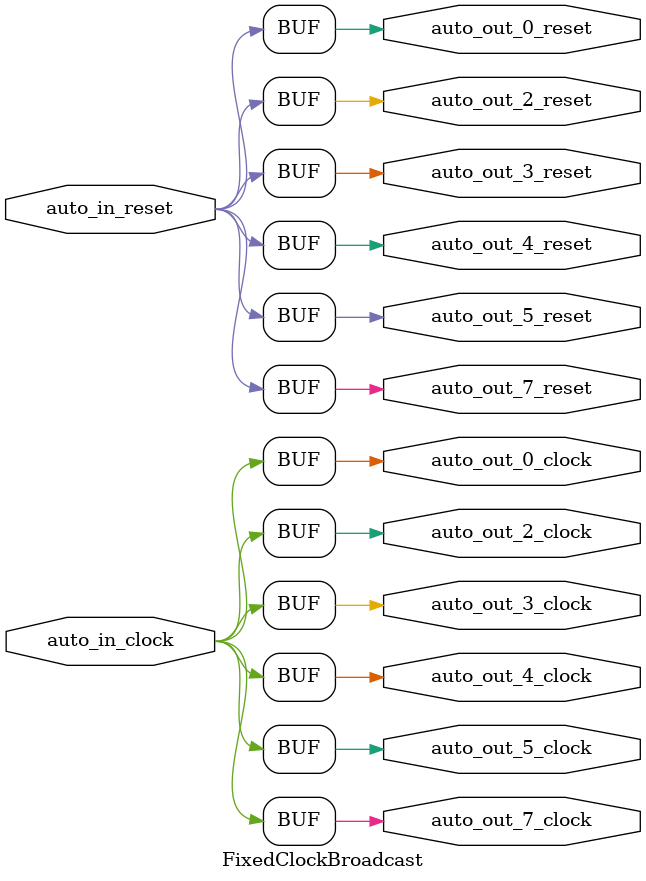
<source format=sv>
`ifndef RANDOMIZE
  `ifdef RANDOMIZE_REG_INIT
    `define RANDOMIZE
  `endif // RANDOMIZE_REG_INIT
`endif // not def RANDOMIZE
`ifndef RANDOMIZE
  `ifdef RANDOMIZE_MEM_INIT
    `define RANDOMIZE
  `endif // RANDOMIZE_MEM_INIT
`endif // not def RANDOMIZE

`ifndef RANDOM
  `define RANDOM $random
`endif // not def RANDOM

// Users can define 'PRINTF_COND' to add an extra gate to prints.
`ifndef PRINTF_COND_
  `ifdef PRINTF_COND
    `define PRINTF_COND_ (`PRINTF_COND)
  `else  // PRINTF_COND
    `define PRINTF_COND_ 1
  `endif // PRINTF_COND
`endif // not def PRINTF_COND_

// Users can define 'ASSERT_VERBOSE_COND' to add an extra gate to assert error printing.
`ifndef ASSERT_VERBOSE_COND_
  `ifdef ASSERT_VERBOSE_COND
    `define ASSERT_VERBOSE_COND_ (`ASSERT_VERBOSE_COND)
  `else  // ASSERT_VERBOSE_COND
    `define ASSERT_VERBOSE_COND_ 1
  `endif // ASSERT_VERBOSE_COND
`endif // not def ASSERT_VERBOSE_COND_

// Users can define 'STOP_COND' to add an extra gate to stop conditions.
`ifndef STOP_COND_
  `ifdef STOP_COND
    `define STOP_COND_ (`STOP_COND)
  `else  // STOP_COND
    `define STOP_COND_ 1
  `endif // STOP_COND
`endif // not def STOP_COND_

// Users can define INIT_RANDOM as general code that gets injected into the
// initializer block for modules with registers.
`ifndef INIT_RANDOM
  `define INIT_RANDOM
`endif // not def INIT_RANDOM

// If using random initialization, you can also define RANDOMIZE_DELAY to
// customize the delay used, otherwise 0.002 is used.
`ifndef RANDOMIZE_DELAY
  `define RANDOMIZE_DELAY 0.002
`endif // not def RANDOMIZE_DELAY

// Define INIT_RANDOM_PROLOG_ for use in our modules below.
`ifndef INIT_RANDOM_PROLOG_
  `ifdef RANDOMIZE
    `ifdef VERILATOR
      `define INIT_RANDOM_PROLOG_ `INIT_RANDOM
    `else  // VERILATOR
      `define INIT_RANDOM_PROLOG_ `INIT_RANDOM #`RANDOMIZE_DELAY begin end
    `endif // VERILATOR
  `else  // RANDOMIZE
    `define INIT_RANDOM_PROLOG_
  `endif // RANDOMIZE
`endif // not def INIT_RANDOM_PROLOG_

module FixedClockBroadcast(
  input  auto_in_clock,
         auto_in_reset,
  output auto_out_7_clock,
         auto_out_7_reset,
         auto_out_5_clock,
         auto_out_5_reset,
         auto_out_4_clock,
         auto_out_4_reset,
         auto_out_3_clock,
         auto_out_3_reset,
         auto_out_2_clock,
         auto_out_2_reset,
         auto_out_0_clock,
         auto_out_0_reset
);

  assign auto_out_7_clock = auto_in_clock;
  assign auto_out_7_reset = auto_in_reset;
  assign auto_out_5_clock = auto_in_clock;
  assign auto_out_5_reset = auto_in_reset;
  assign auto_out_4_clock = auto_in_clock;
  assign auto_out_4_reset = auto_in_reset;
  assign auto_out_3_clock = auto_in_clock;
  assign auto_out_3_reset = auto_in_reset;
  assign auto_out_2_clock = auto_in_clock;
  assign auto_out_2_reset = auto_in_reset;
  assign auto_out_0_clock = auto_in_clock;
  assign auto_out_0_reset = auto_in_reset;
endmodule


</source>
